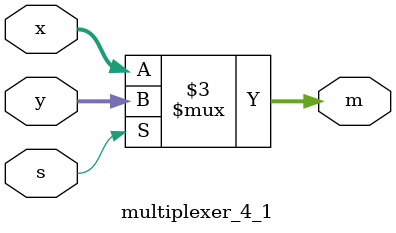
<source format=v>
module multiplexer_4_1 (x,y,s,m);

	input [3:0] x,y;
	input s;
	output reg [3:0] m;
	
	always @(*)
		begin
		if (s)
			m = y;
		else
			m = x;
		end
	
endmodule
</source>
